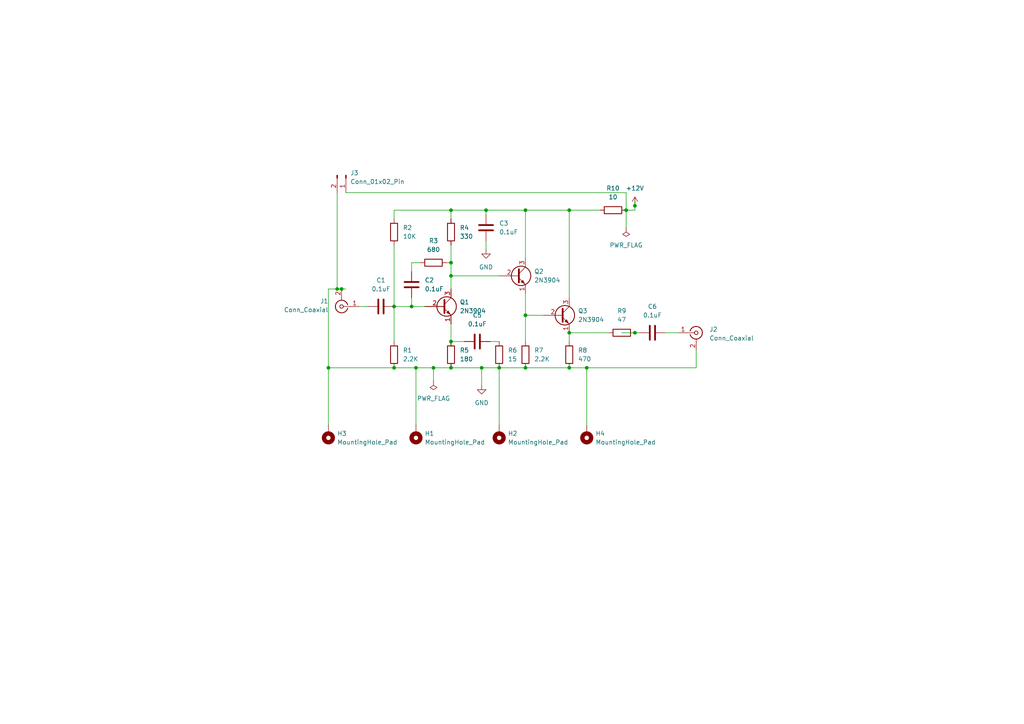
<source format=kicad_sch>
(kicad_sch (version 20230121) (generator eeschema)
  (paper "A4")
  (title_block (title "W7ZOI TIA") (date "2024-01-15"))
  (lib_symbols
    (symbol "Connector:Conn_01x02_Pin" (pin_names (offset 1.016) hide)
      (property "Reference" "J" (at 0 2.54 0))
      (property "Value" "Conn_01x02_Pin" (at 0 -5.08 0))
      (symbol "Conn_01x02_Pin_1_1"
        (polyline (pts (xy 1.27 -2.54) (xy 0.8636 -2.54)) (stroke (width 0.1524)))
        (polyline (pts (xy 1.27 0) (xy 0.8636 0)) (stroke (width 0.1524)))
        (rectangle (start 0.8636 -2.413) (end 0 -2.667) (stroke (width 0.1524)) (fill (type outline)))
        (rectangle (start 0.8636 0.127) (end 0 -0.127) (stroke (width 0.1524)) (fill (type outline)))
        (pin passive line (at 5.08 0 180) (length 3.81) (name "Pin_1") (number "1"))
        (pin passive line (at 5.08 -2.54 180) (length 3.81) (name "Pin_2") (number "2"))
      )
    )
    (symbol "Connector:Conn_Coaxial" (pin_names (offset 1.016) hide)
      (property "Reference" "J" (at 0.254 3.048 0))
      (property "Value" "Conn_Coaxial" (at 2.921 0 90))
      (symbol "Conn_Coaxial_0_1"
        (arc (start -1.778 -0.508) (mid 0.2311 -1.8066) (end 1.778 0) (stroke (width 0.254)))
        (polyline (pts (xy -2.54 0) (xy -0.508 0)))
        (polyline (pts (xy 0 -2.54) (xy 0 -1.778)))
        (circle (center 0 0) (radius 0.508) (stroke (width 0.2032)))
        (arc (start 1.778 0) (mid 0.2099 1.8101) (end -1.778 0.508) (stroke (width 0.254)))
      )
      (symbol "Conn_Coaxial_1_1"
        (pin passive line (at -5.08 0 0) (length 2.54) (name "In") (number "1"))
        (pin passive line (at 0 -5.08 90) (length 2.54) (name "Ext") (number "2"))
      )
    )
    (symbol "Device:C" (pin_numbers hide) (pin_names (offset 0.254))
      (property "Reference" "C" (at 0.635 2.54 0))
      (property "Value" "C" (at 0.635 -2.54 0))
      (symbol "C_0_1"
        (polyline (pts (xy -2.032 -0.762) (xy 2.032 -0.762)) (stroke (width 0.508)))
        (polyline (pts (xy -2.032 0.762) (xy 2.032 0.762)) (stroke (width 0.508)))
      )
      (symbol "C_1_1"
        (pin passive line (at 0 3.81 270) (length 2.794) (name "~") (number "1"))
        (pin passive line (at 0 -3.81 90) (length 2.794) (name "~") (number "2"))
      )
    )
    (symbol "Device:R" (pin_numbers hide) (pin_names (offset 0))
      (property "Reference" "R" (at 2.032 0 90))
      (property "Value" "R" (at 0 0 90))
      (symbol "R_0_1"
        (rectangle (start -1.016 -2.54) (end 1.016 2.54) (stroke (width 0.254)))
      )
      (symbol "R_1_1"
        (pin passive line (at 0 3.81 270) (length 1.27) (name "~") (number "1"))
        (pin passive line (at 0 -3.81 90) (length 1.27) (name "~") (number "2"))
      )
    )
    (symbol "Mechanical:MountingHole_Pad" (pin_numbers hide) (pin_names (offset 1.016) hide)
      (property "Reference" "H" (at 0 6.35 0))
      (property "Value" "MountingHole_Pad" (at 0 4.445 0))
      (symbol "MountingHole_Pad_0_1"
        (circle (center 0 1.27) (radius 1.27) (stroke (width 1.27)))
      )
      (symbol "MountingHole_Pad_1_1"
        (pin input line (at 0 -2.54 90) (length 2.54) (name "1") (number "1"))
      )
    )
    (symbol "Transistor_BJT:2N3904" (pin_names (offset 0) hide)
      (property "Reference" "Q" (at 5.08 1.905 0))
      (property "Value" "2N3904" (at 5.08 0 0))
      (symbol "2N3904_0_1"
        (polyline (pts (xy 0.635 0.635) (xy 2.54 2.54)))
        (polyline (pts (xy 0.635 -0.635) (xy 2.54 -2.54) (xy 2.54 -2.54)))
        (polyline (pts (xy 0.635 1.905) (xy 0.635 -1.905) (xy 0.635 -1.905)) (stroke (width 0.508)))
        (polyline (pts (xy 1.27 -1.778) (xy 1.778 -1.27) (xy 2.286 -2.286) (xy 1.27 -1.778) (xy 1.27 -1.778)) (fill (type outline)))
        (circle (center 1.27 0) (radius 2.8194) (stroke (width 0.254)))
      )
      (symbol "2N3904_1_1"
        (pin passive line (at 2.54 -5.08 90) (length 2.54) (name "E") (number "1"))
        (pin passive line (at -5.08 0 0) (length 5.715) (name "B") (number "2"))
        (pin passive line (at 2.54 5.08 270) (length 2.54) (name "C") (number "3"))
      )
    )
    (symbol "power:+12V" (power) (pin_names (offset 0))
      (property "Value" "+12V" (at 0 3.556 0))
      (symbol "+12V_0_1"
        (polyline (pts (xy -0.762 1.27) (xy 0 2.54)))
        (polyline (pts (xy 0 0) (xy 0 2.54)))
        (polyline (pts (xy 0 2.54) (xy 0.762 1.27)))
      )
      (symbol "+12V_1_1"
        (pin power_in line (at 0 0 90) (length 0) hide (name "+12V") (number "1"))
      )
    )
    (symbol "power:GND" (power) (pin_names (offset 0))
      (property "Value" "GND" (at 0 -3.81 0))
      (symbol "GND_0_1"
        (polyline (pts (xy 0 0) (xy 0 -1.27) (xy 1.27 -1.27) (xy 0 -2.54) (xy -1.27 -1.27) (xy 0 -1.27)))
      )
      (symbol "GND_1_1"
        (pin power_in line (at 0 0 270) (length 0) hide (name "GND") (number "1"))
      )
    )
    (symbol "power:PWR_FLAG" (power) (pin_numbers hide) (pin_names (offset 0) hide)
      (property "Value" "PWR_FLAG" (at 0 3.81 0))
      (symbol "PWR_FLAG_0_0"
        (pin power_out line (at 0 0 90) (length 0) (name "pwr") (number "1"))
      )
      (symbol "PWR_FLAG_0_1"
        (polyline (pts (xy 0 0) (xy 0 1.27) (xy -1.016 1.905) (xy 0 2.54) (xy 1.016 1.905) (xy 0 1.27)))
      )
    )
  )
  (junction (at 152.4 91.44))
  (junction (at 130.81 60.96))
  (junction (at 139.7 106.68))
  (junction (at 170.18 106.68))
  (junction (at 119.38 88.9))
  (junction (at 95.25 106.68))
  (junction (at 130.81 76.2))
  (junction (at 120.65 106.68))
  (junction (at 130.81 99.06))
  (junction (at 130.81 106.68))
  (junction (at 184.15 96.52))
  (junction (at 165.1 60.96))
  (junction (at 114.3 88.9))
  (junction (at 184.15 59.69))
  (junction (at 97.79 83.82))
  (junction (at 165.1 106.68))
  (junction (at 152.4 106.68))
  (junction (at 125.73 106.68))
  (junction (at 130.81 80.01))
  (junction (at 181.61 60.96))
  (junction (at 144.78 106.68))
  (junction (at 152.4 60.96))
  (junction (at 114.3 106.68))
  (junction (at 165.1 96.52))
  (junction (at 140.97 60.96))
  (junction (at 99.06 83.82))
  (wire (pts (xy 130.81 60.96) (xy 130.81 63.5)))
  (wire (pts (xy 114.3 60.96) (xy 130.81 60.96)))
  (wire (pts (xy 130.81 71.12) (xy 130.81 76.2)))
  (wire (pts (xy 119.38 76.2) (xy 119.38 78.74)))
  (wire (pts (xy 130.81 80.01) (xy 144.78 80.01)))
  (wire (pts (xy 165.1 60.96) (xy 173.99 60.96)))
  (wire (pts (xy 181.61 60.96) (xy 181.61 66.04)))
  (wire (pts (xy 152.4 106.68) (xy 165.1 106.68)))
  (wire (pts (xy 144.78 106.68) (xy 152.4 106.68)))
  (wire (pts (xy 184.15 60.96) (xy 184.15 59.69)))
  (wire (pts (xy 165.1 96.52) (xy 176.53 96.52)))
  (wire (pts (xy 114.3 60.96) (xy 114.3 63.5)))
  (wire (pts (xy 144.78 106.68) (xy 144.78 123.19)))
  (wire (pts (xy 95.25 106.68) (xy 114.3 106.68)))
  (wire (pts (xy 119.38 86.36) (xy 119.38 88.9)))
  (wire (pts (xy 140.97 60.96) (xy 152.4 60.96)))
  (wire (pts (xy 152.4 85.09) (xy 152.4 91.44)))
  (wire (pts (xy 140.97 69.85) (xy 140.97 72.39)))
  (wire (pts (xy 152.4 91.44) (xy 152.4 99.06)))
  (wire (pts (xy 119.38 76.2) (xy 121.92 76.2)))
  (wire (pts (xy 120.65 106.68) (xy 120.65 123.19)))
  (wire (pts (xy 130.81 106.68) (xy 139.7 106.68)))
  (wire (pts (xy 114.3 71.12) (xy 114.3 88.9)))
  (wire (pts (xy 95.25 83.82) (xy 95.25 106.68)))
  (wire (pts (xy 95.25 83.82) (xy 97.79 83.82)))
  (wire (pts (xy 120.65 106.68) (xy 125.73 106.68)))
  (wire (pts (xy 140.97 60.96) (xy 140.97 62.23)))
  (wire (pts (xy 201.93 106.68) (xy 170.18 106.68)))
  (wire (pts (xy 181.61 60.96) (xy 184.15 60.96)))
  (wire (pts (xy 129.54 76.2) (xy 130.81 76.2)))
  (wire (pts (xy 184.15 96.52) (xy 185.42 96.52)))
  (wire (pts (xy 180.34 96.52) (xy 184.15 96.52)))
  (wire (pts (xy 170.18 106.68) (xy 165.1 106.68)))
  (wire (pts (xy 130.81 80.01) (xy 130.81 83.82)))
  (wire (pts (xy 99.06 83.82) (xy 100.33 83.82)))
  (wire (pts (xy 142.24 99.06) (xy 144.78 99.06)))
  (wire (pts (xy 152.4 60.96) (xy 165.1 60.96)))
  (wire (pts (xy 184.15 58.42) (xy 184.15 59.69)))
  (wire (pts (xy 95.25 106.68) (xy 95.25 123.19)))
  (wire (pts (xy 119.38 88.9) (xy 123.19 88.9)))
  (wire (pts (xy 181.61 55.88) (xy 181.61 60.96)))
  (wire (pts (xy 125.73 106.68) (xy 125.73 110.49)))
  (wire (pts (xy 97.79 55.88) (xy 97.79 83.82)))
  (wire (pts (xy 165.1 60.96) (xy 165.1 86.36)))
  (wire (pts (xy 114.3 88.9) (xy 119.38 88.9)))
  (wire (pts (xy 100.33 55.88) (xy 181.61 55.88)))
  (wire (pts (xy 201.93 101.6) (xy 201.93 106.68)))
  (wire (pts (xy 170.18 106.68) (xy 170.18 123.19)))
  (wire (pts (xy 104.14 88.9) (xy 106.68 88.9)))
  (wire (pts (xy 130.81 76.2) (xy 130.81 80.01)))
  (wire (pts (xy 152.4 91.44) (xy 157.48 91.44)))
  (wire (pts (xy 139.7 106.68) (xy 139.7 111.76)))
  (wire (pts (xy 130.81 93.98) (xy 130.81 99.06)))
  (wire (pts (xy 139.7 106.68) (xy 144.78 106.68)))
  (wire (pts (xy 130.81 99.06) (xy 134.62 99.06)))
  (wire (pts (xy 114.3 106.68) (xy 120.65 106.68)))
  (wire (pts (xy 114.3 88.9) (xy 114.3 99.06)))
  (wire (pts (xy 97.79 83.82) (xy 99.06 83.82)))
  (wire (pts (xy 165.1 96.52) (xy 165.1 99.06)))
  (wire (pts (xy 193.04 96.52) (xy 196.85 96.52)))
  (wire (pts (xy 152.4 74.93) (xy 152.4 60.96)))
  (wire (pts (xy 125.73 106.68) (xy 130.81 106.68)))
  (wire (pts (xy 130.81 60.96) (xy 140.97 60.96)))
  (symbol (lib_id "power:+12V") (at 184.15 59.69 0) (unit 1)
    (property "Reference" "#PWR01" (effects hide))
    (property "Value" "+12V" (at 184.15 54.61 0))
  )
  (symbol (lib_id "Device:C") (at 110.49 88.9 90) (unit 1)
    (property "Reference" "C1" (at 110.49 81.28 90))
    (property "Value" "0.1uF" (at 110.49 83.82 90))
    (property "Footprint" "Capacitor_THT:C_Disc_D3.8mm_W2.6mm_P2.50mm" (effects hide))
  )
  (symbol (lib_id "Device:R") (at 177.8 60.96 90) (unit 1)
    (property "Reference" "R10" (at 177.8 54.61 90))
    (property "Value" "10" (at 177.8 57.15 90))
    (property "Footprint" "Resistor_THT:R_Axial_DIN0207_L6.3mm_D2.5mm_P2.54mm_Vertical" (effects hide))
  )
  (symbol (lib_id "Device:C") (at 189.23 96.52 90) (unit 1)
    (property "Reference" "C6" (at 189.23 88.9 90))
    (property "Value" "0.1uF" (at 189.23 91.44 90))
    (property "Footprint" "Capacitor_THT:C_Disc_D3.8mm_W2.6mm_P2.50mm" (effects hide))
  )
  (symbol (lib_id "Device:C") (at 119.38 82.55 0) (unit 1)
    (property "Reference" "C2" (at 123.19 81.28 0) (effects (justify left)))
    (property "Value" "0.1uF" (at 123.19 83.82 0) (effects (justify left)))
    (property "Footprint" "Capacitor_THT:C_Disc_D3.8mm_W2.6mm_P2.50mm" (effects hide))
  )
  (symbol (lib_id "Connector:Conn_Coaxial") (at 201.93 96.52 0) (unit 1)
    (property "Reference" "J2" (at 205.74 95.5432 0) (effects (justify left)))
    (property "Value" "Conn_Coaxial" (at 205.74 98.0832 0) (effects (justify left)))
    (property "Footprint" "Connector_Coaxial:SMA_Amphenol_132289_EdgeMount" (effects hide))
    (property "Datasheet" " ~" (effects hide))
  )
  (symbol (lib_id "Transistor_BJT:2N3904") (at 162.56 91.44 0) (unit 1)
    (property "Reference" "Q3" (at 167.64 90.17 0) (effects (justify left)))
    (property "Value" "2N3904" (at 167.64 92.71 0) (effects (justify left)))
    (property "Footprint" "Package_TO_SOT_THT:TO-92_Inline" (effects hide))
    (property "Datasheet" "https://www.onsemi.com/pub/Collateral/2N3903-D.PDF" (effects hide))
  )
  (symbol (lib_id "Device:R") (at 144.78 102.87 0) (unit 1)
    (property "Reference" "R6" (at 147.32 101.6 0) (effects (justify left)))
    (property "Value" "15" (at 147.32 104.14 0) (effects (justify left)))
    (property "Footprint" "Resistor_THT:R_Axial_DIN0207_L6.3mm_D2.5mm_P2.54mm_Vertical" (effects hide))
  )
  (symbol (lib_id "Device:R") (at 180.34 96.52 90) (unit 1)
    (property "Reference" "R9" (at 180.34 90.17 90))
    (property "Value" "47" (at 180.34 92.71 90))
    (property "Footprint" "Resistor_THT:R_Axial_DIN0207_L6.3mm_D2.5mm_P2.54mm_Vertical" (effects hide))
  )
  (symbol (lib_id "Device:R") (at 125.73 76.2 90) (unit 1)
    (property "Reference" "R3" (at 125.73 69.85 90))
    (property "Value" "680" (at 125.73 72.39 90))
    (property "Footprint" "Resistor_THT:R_Axial_DIN0207_L6.3mm_D2.5mm_P2.54mm_Vertical" (effects hide))
  )
  (symbol (lib_id "Mechanical:MountingHole_Pad") (at 170.18 125.73 180) (unit 1)
    (property "Reference" "H4" (at 172.72 125.73 0) (effects (justify right)))
    (property "Value" "MountingHole_Pad" (at 172.72 128.27 0) (effects (justify right)))
    (property "Footprint" "MountingHole:MountingHole_2.2mm_M2_Pad_Via" (effects hide))
  )
  (symbol (lib_id "Device:R") (at 165.1 102.87 0) (unit 1)
    (property "Reference" "R8" (at 167.64 101.6 0) (effects (justify left)))
    (property "Value" "470" (at 167.64 104.14 0) (effects (justify left)))
    (property "Footprint" "Resistor_THT:R_Axial_DIN0207_L6.3mm_D2.5mm_P2.54mm_Vertical" (effects hide))
  )
  (symbol (lib_id "Device:R") (at 152.4 102.87 0) (unit 1)
    (property "Reference" "R7" (at 154.94 101.6 0) (effects (justify left)))
    (property "Value" "2.2K" (at 154.94 104.14 0) (effects (justify left)))
    (property "Footprint" "Resistor_THT:R_Axial_DIN0207_L6.3mm_D2.5mm_P2.54mm_Vertical" (effects hide))
  )
  (symbol (lib_id "Mechanical:MountingHole_Pad") (at 144.78 125.73 180) (unit 1)
    (property "Reference" "H2" (at 147.32 125.73 0) (effects (justify right)))
    (property "Value" "MountingHole_Pad" (at 147.32 128.27 0) (effects (justify right)))
    (property "Footprint" "MountingHole:MountingHole_2.2mm_M2_Pad_Via" (effects hide))
  )
  (symbol (lib_id "Mechanical:MountingHole_Pad") (at 120.65 125.73 180) (unit 1)
    (property "Reference" "H1" (at 123.19 125.73 0) (effects (justify right)))
    (property "Value" "MountingHole_Pad" (at 123.19 128.27 0) (effects (justify right)))
    (property "Footprint" "MountingHole:MountingHole_2.2mm_M2_Pad_Via" (effects hide))
  )
  (symbol (lib_id "Device:R") (at 130.81 102.87 0) (unit 1)
    (property "Reference" "R5" (at 133.35 101.6 0) (effects (justify left)))
    (property "Value" "180" (at 133.35 104.14 0) (effects (justify left)))
    (property "Footprint" "Resistor_THT:R_Axial_DIN0207_L6.3mm_D2.5mm_P2.54mm_Vertical" (effects hide))
  )
  (symbol (lib_id "power:PWR_FLAG") (at 181.61 66.04 180) (unit 1)
    (property "Reference" "#FLG01" (effects hide))
    (property "Value" "PWR_FLAG" (at 181.61 71.12 0))
  )
  (symbol (lib_id "Device:R") (at 114.3 67.31 180) (unit 1)
    (property "Reference" "R2" (at 116.84 66.04 0) (effects (justify right)))
    (property "Value" "10K" (at 116.84 68.58 0) (effects (justify right)))
    (property "Footprint" "Resistor_THT:R_Axial_DIN0207_L6.3mm_D2.5mm_P2.54mm_Vertical" (effects hide))
  )
  (symbol (lib_id "Device:R") (at 130.81 67.31 0) (unit 1)
    (property "Reference" "R4" (at 133.35 66.04 0) (effects (justify left)))
    (property "Value" "330" (at 133.35 68.58 0) (effects (justify left)))
    (property "Footprint" "Resistor_THT:R_Axial_DIN0207_L6.3mm_D2.5mm_P2.54mm_Vertical" (effects hide))
  )
  (symbol (lib_id "Mechanical:MountingHole_Pad") (at 95.25 125.73 180) (unit 1)
    (property "Reference" "H3" (at 97.79 125.73 0) (effects (justify right)))
    (property "Value" "MountingHole_Pad" (at 97.79 128.27 0) (effects (justify right)))
    (property "Footprint" "MountingHole:MountingHole_2.2mm_M2_Pad_Via" (effects hide))
  )
  (symbol (lib_id "Device:C") (at 138.43 99.06 90) (unit 1)
    (property "Reference" "C5" (at 138.43 91.44 90))
    (property "Value" "0.1uF" (at 138.43 93.98 90))
    (property "Footprint" "Capacitor_THT:C_Disc_D3.8mm_W2.6mm_P2.50mm" (effects hide))
  )
  (symbol (lib_id "power:GND") (at 140.97 72.39 0) (unit 1)
    (property "Reference" "#PWR03" (effects hide))
    (property "Value" "GND" (at 140.97 77.47 0))
  )
  (symbol (lib_id "Connector:Conn_01x02_Pin") (at 100.33 50.8 270) (unit 1)
    (property "Reference" "J3" (at 101.6 50.165 90) (effects (justify left)))
    (property "Value" "Conn_01x02_Pin" (at 101.6 52.705 90) (effects (justify left)))
    (property "Footprint" "Connector_PinHeader_2.54mm:PinHeader_1x02_P2.54mm_Vertical" (effects hide))
  )
  (symbol (lib_id "Transistor_BJT:2N3904") (at 128.27 88.9 0) (unit 1)
    (property "Reference" "Q1" (at 133.35 87.63 0) (effects (justify left)))
    (property "Value" "2N3904" (at 133.35 90.17 0) (effects (justify left)))
    (property "Footprint" "Package_TO_SOT_THT:TO-92_Inline" (effects hide))
    (property "Datasheet" "https://www.onsemi.com/pub/Collateral/2N3903-D.PDF" (effects hide))
  )
  (symbol (lib_id "Device:R") (at 114.3 102.87 0) (unit 1)
    (property "Reference" "R1" (at 116.84 101.6 0) (effects (justify left)))
    (property "Value" "2.2K" (at 116.84 104.14 0) (effects (justify left)))
    (property "Footprint" "Resistor_THT:R_Axial_DIN0207_L6.3mm_D2.5mm_P2.54mm_Vertical" (effects hide))
  )
  (symbol (lib_id "Connector:Conn_Coaxial") (at 99.06 88.9 180) (unit 1)
    (property "Reference" "J1" (at 95.25 87.3368 0) (effects (justify left)))
    (property "Value" "Conn_Coaxial" (at 95.25 89.8768 0) (effects (justify left)))
    (property "Footprint" "Connector_Coaxial:SMA_Amphenol_132289_EdgeMount" (effects hide))
    (property "Datasheet" " ~" (effects hide))
  )
  (symbol (lib_id "power:GND") (at 139.7 111.76 0) (unit 1)
    (property "Reference" "#PWR02" (effects hide))
    (property "Value" "GND" (at 139.7 116.84 0))
  )
  (symbol (lib_id "power:PWR_FLAG") (at 125.73 110.49 180) (unit 1)
    (property "Reference" "#FLG02" (effects hide))
    (property "Value" "PWR_FLAG" (at 125.73 115.57 0))
  )
  (symbol (lib_id "Device:C") (at 140.97 66.04 0) (unit 1)
    (property "Reference" "C3" (at 144.78 64.77 0) (effects (justify left)))
    (property "Value" "0.1uF" (at 144.78 67.31 0) (effects (justify left)))
    (property "Footprint" "Capacitor_THT:C_Disc_D3.8mm_W2.6mm_P2.50mm" (effects hide))
  )
  (symbol (lib_id "Transistor_BJT:2N3904") (at 149.86 80.01 0) (unit 1)
    (property "Reference" "Q2" (at 154.94 78.74 0) (effects (justify left)))
    (property "Value" "2N3904" (at 154.94 81.28 0) (effects (justify left)))
    (property "Footprint" "Package_TO_SOT_THT:TO-92_Inline" (effects hide))
    (property "Datasheet" "https://www.onsemi.com/pub/Collateral/2N3903-D.PDF" (effects hide))
  )
)
</source>
